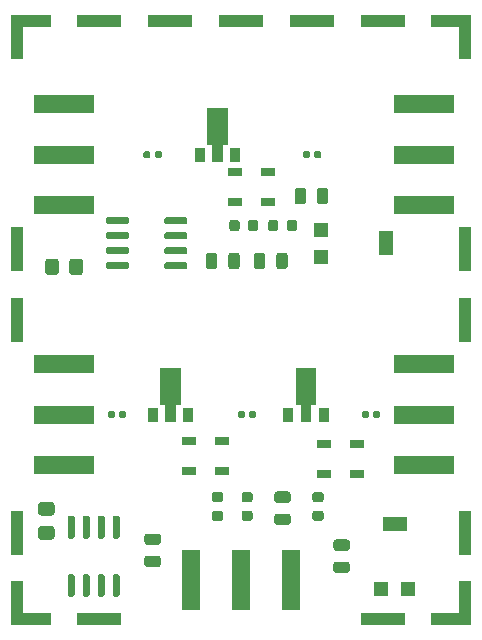
<source format=gbr>
G04 #@! TF.GenerationSoftware,KiCad,Pcbnew,5.1.6-c6e7f7d~87~ubuntu18.04.1*
G04 #@! TF.CreationDate,2021-01-12T05:29:31+00:00*
G04 #@! TF.ProjectId,amp,616d702e-6b69-4636-9164-5f7063625858,rev?*
G04 #@! TF.SameCoordinates,Original*
G04 #@! TF.FileFunction,Paste,Top*
G04 #@! TF.FilePolarity,Positive*
%FSLAX46Y46*%
G04 Gerber Fmt 4.6, Leading zero omitted, Abs format (unit mm)*
G04 Created by KiCad (PCBNEW 5.1.6-c6e7f7d~87~ubuntu18.04.1) date 2021-01-12 05:29:31*
%MOMM*%
%LPD*%
G01*
G04 APERTURE LIST*
%ADD10R,1.300000X1.300000*%
%ADD11R,2.000000X1.300000*%
%ADD12R,1.300000X2.000000*%
%ADD13R,1.270000X0.762000*%
%ADD14R,2.350000X1.000000*%
%ADD15R,3.800000X1.000000*%
%ADD16R,1.000000X2.700000*%
%ADD17R,1.000000X3.800000*%
%ADD18R,1.000000X1.000000*%
%ADD19C,0.100000*%
%ADD20R,0.900000X1.300000*%
%ADD21R,5.080000X1.500000*%
%ADD22R,1.500000X5.080000*%
G04 APERTURE END LIST*
G04 #@! TO.C,C14*
G36*
G01*
X123450000Y-88950001D02*
X123450000Y-88049999D01*
G75*
G02*
X123699999Y-87800000I249999J0D01*
G01*
X124350001Y-87800000D01*
G75*
G02*
X124600000Y-88049999I0J-249999D01*
G01*
X124600000Y-88950001D01*
G75*
G02*
X124350001Y-89200000I-249999J0D01*
G01*
X123699999Y-89200000D01*
G75*
G02*
X123450000Y-88950001I0J249999D01*
G01*
G37*
G36*
G01*
X121400000Y-88950001D02*
X121400000Y-88049999D01*
G75*
G02*
X121649999Y-87800000I249999J0D01*
G01*
X122300001Y-87800000D01*
G75*
G02*
X122550000Y-88049999I0J-249999D01*
G01*
X122550000Y-88950001D01*
G75*
G02*
X122300001Y-89200000I-249999J0D01*
G01*
X121649999Y-89200000D01*
G75*
G02*
X121400000Y-88950001I0J249999D01*
G01*
G37*
G04 #@! TD*
G04 #@! TO.C,C13*
G36*
G01*
X121049999Y-110450000D02*
X121950001Y-110450000D01*
G75*
G02*
X122200000Y-110699999I0J-249999D01*
G01*
X122200000Y-111350001D01*
G75*
G02*
X121950001Y-111600000I-249999J0D01*
G01*
X121049999Y-111600000D01*
G75*
G02*
X120800000Y-111350001I0J249999D01*
G01*
X120800000Y-110699999D01*
G75*
G02*
X121049999Y-110450000I249999J0D01*
G01*
G37*
G36*
G01*
X121049999Y-108400000D02*
X121950001Y-108400000D01*
G75*
G02*
X122200000Y-108649999I0J-249999D01*
G01*
X122200000Y-109300001D01*
G75*
G02*
X121950001Y-109550000I-249999J0D01*
G01*
X121049999Y-109550000D01*
G75*
G02*
X120800000Y-109300001I0J249999D01*
G01*
X120800000Y-108649999D01*
G75*
G02*
X121049999Y-108400000I249999J0D01*
G01*
G37*
G04 #@! TD*
G04 #@! TO.C,U5*
G36*
G01*
X123745000Y-111500000D02*
X123445000Y-111500000D01*
G75*
G02*
X123295000Y-111350000I0J150000D01*
G01*
X123295000Y-109700000D01*
G75*
G02*
X123445000Y-109550000I150000J0D01*
G01*
X123745000Y-109550000D01*
G75*
G02*
X123895000Y-109700000I0J-150000D01*
G01*
X123895000Y-111350000D01*
G75*
G02*
X123745000Y-111500000I-150000J0D01*
G01*
G37*
G36*
G01*
X125015000Y-111500000D02*
X124715000Y-111500000D01*
G75*
G02*
X124565000Y-111350000I0J150000D01*
G01*
X124565000Y-109700000D01*
G75*
G02*
X124715000Y-109550000I150000J0D01*
G01*
X125015000Y-109550000D01*
G75*
G02*
X125165000Y-109700000I0J-150000D01*
G01*
X125165000Y-111350000D01*
G75*
G02*
X125015000Y-111500000I-150000J0D01*
G01*
G37*
G36*
G01*
X126285000Y-111500000D02*
X125985000Y-111500000D01*
G75*
G02*
X125835000Y-111350000I0J150000D01*
G01*
X125835000Y-109700000D01*
G75*
G02*
X125985000Y-109550000I150000J0D01*
G01*
X126285000Y-109550000D01*
G75*
G02*
X126435000Y-109700000I0J-150000D01*
G01*
X126435000Y-111350000D01*
G75*
G02*
X126285000Y-111500000I-150000J0D01*
G01*
G37*
G36*
G01*
X127555000Y-111500000D02*
X127255000Y-111500000D01*
G75*
G02*
X127105000Y-111350000I0J150000D01*
G01*
X127105000Y-109700000D01*
G75*
G02*
X127255000Y-109550000I150000J0D01*
G01*
X127555000Y-109550000D01*
G75*
G02*
X127705000Y-109700000I0J-150000D01*
G01*
X127705000Y-111350000D01*
G75*
G02*
X127555000Y-111500000I-150000J0D01*
G01*
G37*
G36*
G01*
X127555000Y-116450000D02*
X127255000Y-116450000D01*
G75*
G02*
X127105000Y-116300000I0J150000D01*
G01*
X127105000Y-114650000D01*
G75*
G02*
X127255000Y-114500000I150000J0D01*
G01*
X127555000Y-114500000D01*
G75*
G02*
X127705000Y-114650000I0J-150000D01*
G01*
X127705000Y-116300000D01*
G75*
G02*
X127555000Y-116450000I-150000J0D01*
G01*
G37*
G36*
G01*
X126285000Y-116450000D02*
X125985000Y-116450000D01*
G75*
G02*
X125835000Y-116300000I0J150000D01*
G01*
X125835000Y-114650000D01*
G75*
G02*
X125985000Y-114500000I150000J0D01*
G01*
X126285000Y-114500000D01*
G75*
G02*
X126435000Y-114650000I0J-150000D01*
G01*
X126435000Y-116300000D01*
G75*
G02*
X126285000Y-116450000I-150000J0D01*
G01*
G37*
G36*
G01*
X125015000Y-116450000D02*
X124715000Y-116450000D01*
G75*
G02*
X124565000Y-116300000I0J150000D01*
G01*
X124565000Y-114650000D01*
G75*
G02*
X124715000Y-114500000I150000J0D01*
G01*
X125015000Y-114500000D01*
G75*
G02*
X125165000Y-114650000I0J-150000D01*
G01*
X125165000Y-116300000D01*
G75*
G02*
X125015000Y-116450000I-150000J0D01*
G01*
G37*
G36*
G01*
X123745000Y-116450000D02*
X123445000Y-116450000D01*
G75*
G02*
X123295000Y-116300000I0J150000D01*
G01*
X123295000Y-114650000D01*
G75*
G02*
X123445000Y-114500000I150000J0D01*
G01*
X123745000Y-114500000D01*
G75*
G02*
X123895000Y-114650000I0J-150000D01*
G01*
X123895000Y-116300000D01*
G75*
G02*
X123745000Y-116450000I-150000J0D01*
G01*
G37*
G04 #@! TD*
G04 #@! TO.C,U4*
G36*
G01*
X131500000Y-84745000D02*
X131500000Y-84445000D01*
G75*
G02*
X131650000Y-84295000I150000J0D01*
G01*
X133300000Y-84295000D01*
G75*
G02*
X133450000Y-84445000I0J-150000D01*
G01*
X133450000Y-84745000D01*
G75*
G02*
X133300000Y-84895000I-150000J0D01*
G01*
X131650000Y-84895000D01*
G75*
G02*
X131500000Y-84745000I0J150000D01*
G01*
G37*
G36*
G01*
X131500000Y-86015000D02*
X131500000Y-85715000D01*
G75*
G02*
X131650000Y-85565000I150000J0D01*
G01*
X133300000Y-85565000D01*
G75*
G02*
X133450000Y-85715000I0J-150000D01*
G01*
X133450000Y-86015000D01*
G75*
G02*
X133300000Y-86165000I-150000J0D01*
G01*
X131650000Y-86165000D01*
G75*
G02*
X131500000Y-86015000I0J150000D01*
G01*
G37*
G36*
G01*
X131500000Y-87285000D02*
X131500000Y-86985000D01*
G75*
G02*
X131650000Y-86835000I150000J0D01*
G01*
X133300000Y-86835000D01*
G75*
G02*
X133450000Y-86985000I0J-150000D01*
G01*
X133450000Y-87285000D01*
G75*
G02*
X133300000Y-87435000I-150000J0D01*
G01*
X131650000Y-87435000D01*
G75*
G02*
X131500000Y-87285000I0J150000D01*
G01*
G37*
G36*
G01*
X131500000Y-88555000D02*
X131500000Y-88255000D01*
G75*
G02*
X131650000Y-88105000I150000J0D01*
G01*
X133300000Y-88105000D01*
G75*
G02*
X133450000Y-88255000I0J-150000D01*
G01*
X133450000Y-88555000D01*
G75*
G02*
X133300000Y-88705000I-150000J0D01*
G01*
X131650000Y-88705000D01*
G75*
G02*
X131500000Y-88555000I0J150000D01*
G01*
G37*
G36*
G01*
X126550000Y-88555000D02*
X126550000Y-88255000D01*
G75*
G02*
X126700000Y-88105000I150000J0D01*
G01*
X128350000Y-88105000D01*
G75*
G02*
X128500000Y-88255000I0J-150000D01*
G01*
X128500000Y-88555000D01*
G75*
G02*
X128350000Y-88705000I-150000J0D01*
G01*
X126700000Y-88705000D01*
G75*
G02*
X126550000Y-88555000I0J150000D01*
G01*
G37*
G36*
G01*
X126550000Y-87285000D02*
X126550000Y-86985000D01*
G75*
G02*
X126700000Y-86835000I150000J0D01*
G01*
X128350000Y-86835000D01*
G75*
G02*
X128500000Y-86985000I0J-150000D01*
G01*
X128500000Y-87285000D01*
G75*
G02*
X128350000Y-87435000I-150000J0D01*
G01*
X126700000Y-87435000D01*
G75*
G02*
X126550000Y-87285000I0J150000D01*
G01*
G37*
G36*
G01*
X126550000Y-86015000D02*
X126550000Y-85715000D01*
G75*
G02*
X126700000Y-85565000I150000J0D01*
G01*
X128350000Y-85565000D01*
G75*
G02*
X128500000Y-85715000I0J-150000D01*
G01*
X128500000Y-86015000D01*
G75*
G02*
X128350000Y-86165000I-150000J0D01*
G01*
X126700000Y-86165000D01*
G75*
G02*
X126550000Y-86015000I0J150000D01*
G01*
G37*
G36*
G01*
X126550000Y-84745000D02*
X126550000Y-84445000D01*
G75*
G02*
X126700000Y-84295000I150000J0D01*
G01*
X128350000Y-84295000D01*
G75*
G02*
X128500000Y-84445000I0J-150000D01*
G01*
X128500000Y-84745000D01*
G75*
G02*
X128350000Y-84895000I-150000J0D01*
G01*
X126700000Y-84895000D01*
G75*
G02*
X126550000Y-84745000I0J150000D01*
G01*
G37*
G04 #@! TD*
D10*
G04 #@! TO.C,RV2*
X152150000Y-115750000D03*
D11*
X151000000Y-110250000D03*
D10*
X149850000Y-115750000D03*
G04 #@! TD*
G04 #@! TO.C,RV1*
X144750000Y-87650000D03*
D12*
X150250000Y-86500000D03*
D10*
X144750000Y-85350000D03*
G04 #@! TD*
G04 #@! TO.C,R4*
G36*
G01*
X146956250Y-112550000D02*
X146043750Y-112550000D01*
G75*
G02*
X145800000Y-112306250I0J243750D01*
G01*
X145800000Y-111818750D01*
G75*
G02*
X146043750Y-111575000I243750J0D01*
G01*
X146956250Y-111575000D01*
G75*
G02*
X147200000Y-111818750I0J-243750D01*
G01*
X147200000Y-112306250D01*
G75*
G02*
X146956250Y-112550000I-243750J0D01*
G01*
G37*
G36*
G01*
X146956250Y-114425000D02*
X146043750Y-114425000D01*
G75*
G02*
X145800000Y-114181250I0J243750D01*
G01*
X145800000Y-113693750D01*
G75*
G02*
X146043750Y-113450000I243750J0D01*
G01*
X146956250Y-113450000D01*
G75*
G02*
X147200000Y-113693750I0J-243750D01*
G01*
X147200000Y-114181250D01*
G75*
G02*
X146956250Y-114425000I-243750J0D01*
G01*
G37*
G04 #@! TD*
G04 #@! TO.C,R3*
G36*
G01*
X140050000Y-87543750D02*
X140050000Y-88456250D01*
G75*
G02*
X139806250Y-88700000I-243750J0D01*
G01*
X139318750Y-88700000D01*
G75*
G02*
X139075000Y-88456250I0J243750D01*
G01*
X139075000Y-87543750D01*
G75*
G02*
X139318750Y-87300000I243750J0D01*
G01*
X139806250Y-87300000D01*
G75*
G02*
X140050000Y-87543750I0J-243750D01*
G01*
G37*
G36*
G01*
X141925000Y-87543750D02*
X141925000Y-88456250D01*
G75*
G02*
X141681250Y-88700000I-243750J0D01*
G01*
X141193750Y-88700000D01*
G75*
G02*
X140950000Y-88456250I0J243750D01*
G01*
X140950000Y-87543750D01*
G75*
G02*
X141193750Y-87300000I243750J0D01*
G01*
X141681250Y-87300000D01*
G75*
G02*
X141925000Y-87543750I0J-243750D01*
G01*
G37*
G04 #@! TD*
G04 #@! TO.C,R2*
G36*
G01*
X130956250Y-112050000D02*
X130043750Y-112050000D01*
G75*
G02*
X129800000Y-111806250I0J243750D01*
G01*
X129800000Y-111318750D01*
G75*
G02*
X130043750Y-111075000I243750J0D01*
G01*
X130956250Y-111075000D01*
G75*
G02*
X131200000Y-111318750I0J-243750D01*
G01*
X131200000Y-111806250D01*
G75*
G02*
X130956250Y-112050000I-243750J0D01*
G01*
G37*
G36*
G01*
X130956250Y-113925000D02*
X130043750Y-113925000D01*
G75*
G02*
X129800000Y-113681250I0J243750D01*
G01*
X129800000Y-113193750D01*
G75*
G02*
X130043750Y-112950000I243750J0D01*
G01*
X130956250Y-112950000D01*
G75*
G02*
X131200000Y-113193750I0J-243750D01*
G01*
X131200000Y-113681250D01*
G75*
G02*
X130956250Y-113925000I-243750J0D01*
G01*
G37*
G04 #@! TD*
G04 #@! TO.C,R1*
G36*
G01*
X135987500Y-87543750D02*
X135987500Y-88456250D01*
G75*
G02*
X135743750Y-88700000I-243750J0D01*
G01*
X135256250Y-88700000D01*
G75*
G02*
X135012500Y-88456250I0J243750D01*
G01*
X135012500Y-87543750D01*
G75*
G02*
X135256250Y-87300000I243750J0D01*
G01*
X135743750Y-87300000D01*
G75*
G02*
X135987500Y-87543750I0J-243750D01*
G01*
G37*
G36*
G01*
X137862500Y-87543750D02*
X137862500Y-88456250D01*
G75*
G02*
X137618750Y-88700000I-243750J0D01*
G01*
X137131250Y-88700000D01*
G75*
G02*
X136887500Y-88456250I0J243750D01*
G01*
X136887500Y-87543750D01*
G75*
G02*
X137131250Y-87300000I243750J0D01*
G01*
X137618750Y-87300000D01*
G75*
G02*
X137862500Y-87543750I0J-243750D01*
G01*
G37*
G04 #@! TD*
D13*
G04 #@! TO.C,L3*
X147794000Y-103500000D03*
X147794000Y-106040000D03*
X145000000Y-106040000D03*
X145000000Y-103500000D03*
G04 #@! TD*
G04 #@! TO.C,L2*
X136397000Y-103230000D03*
X136397000Y-105770000D03*
X133603000Y-105770000D03*
X133603000Y-103230000D03*
G04 #@! TD*
G04 #@! TO.C,L1*
X140294000Y-80500000D03*
X140294000Y-83040000D03*
X137500000Y-83040000D03*
X137500000Y-80500000D03*
G04 #@! TD*
D14*
G04 #@! TO.C,J7*
X120725000Y-118300000D03*
X120725000Y-67700000D03*
D15*
X126000000Y-118300000D03*
X126000000Y-67700000D03*
X132000000Y-67700000D03*
X138000000Y-67700000D03*
X144000000Y-67700000D03*
X150000000Y-118300000D03*
X150000000Y-67700000D03*
D14*
X155275000Y-118300000D03*
X155275000Y-67700000D03*
D16*
X119050000Y-116450000D03*
X156950000Y-116450000D03*
D17*
X119050000Y-111000000D03*
X156950000Y-111000000D03*
X119050000Y-93000000D03*
X156950000Y-93000000D03*
X119050000Y-87000000D03*
X156950000Y-87000000D03*
D16*
X119050000Y-69550000D03*
X156950000Y-69550000D03*
D18*
X119050000Y-67700000D03*
X119050000Y-118300000D03*
X156950000Y-118300000D03*
X156950000Y-67700000D03*
G04 #@! TD*
D19*
G04 #@! TO.C,U3*
G36*
X144366500Y-97050000D02*
G01*
X144366500Y-100175000D01*
X143950000Y-100175000D01*
X143950000Y-101650000D01*
X143050000Y-101650000D01*
X143050000Y-100175000D01*
X142633500Y-100175000D01*
X142633500Y-97050000D01*
X144366500Y-97050000D01*
G37*
D20*
X145000000Y-101000000D03*
X142000000Y-101000000D03*
G04 #@! TD*
D19*
G04 #@! TO.C,U2*
G36*
X132866500Y-97050000D02*
G01*
X132866500Y-100175000D01*
X132450000Y-100175000D01*
X132450000Y-101650000D01*
X131550000Y-101650000D01*
X131550000Y-100175000D01*
X131133500Y-100175000D01*
X131133500Y-97050000D01*
X132866500Y-97050000D01*
G37*
D20*
X133500000Y-101000000D03*
X130500000Y-101000000D03*
G04 #@! TD*
D19*
G04 #@! TO.C,U1*
G36*
X136866500Y-75050000D02*
G01*
X136866500Y-78175000D01*
X136450000Y-78175000D01*
X136450000Y-79650000D01*
X135550000Y-79650000D01*
X135550000Y-78175000D01*
X135133500Y-78175000D01*
X135133500Y-75050000D01*
X136866500Y-75050000D01*
G37*
D20*
X137500000Y-79000000D03*
X134500000Y-79000000D03*
G04 #@! TD*
D21*
G04 #@! TO.C,J5*
X153500000Y-101000000D03*
X153500000Y-96750000D03*
X153500000Y-105250000D03*
G04 #@! TD*
D22*
G04 #@! TO.C,J4*
X138000000Y-115000000D03*
X142250000Y-115000000D03*
X133750000Y-115000000D03*
G04 #@! TD*
D21*
G04 #@! TO.C,J3*
X153500000Y-79000000D03*
X153500000Y-74750000D03*
X153500000Y-83250000D03*
G04 #@! TD*
G04 #@! TO.C,J2*
X123000000Y-101000000D03*
X123000000Y-105250000D03*
X123000000Y-96750000D03*
G04 #@! TD*
G04 #@! TO.C,J1*
X123000000Y-79000000D03*
X123000000Y-83250000D03*
X123000000Y-74750000D03*
G04 #@! TD*
G04 #@! TO.C,C12*
G36*
G01*
X148810000Y-100827500D02*
X148810000Y-101172500D01*
G75*
G02*
X148662500Y-101320000I-147500J0D01*
G01*
X148367500Y-101320000D01*
G75*
G02*
X148220000Y-101172500I0J147500D01*
G01*
X148220000Y-100827500D01*
G75*
G02*
X148367500Y-100680000I147500J0D01*
G01*
X148662500Y-100680000D01*
G75*
G02*
X148810000Y-100827500I0J-147500D01*
G01*
G37*
G36*
G01*
X149780000Y-100827500D02*
X149780000Y-101172500D01*
G75*
G02*
X149632500Y-101320000I-147500J0D01*
G01*
X149337500Y-101320000D01*
G75*
G02*
X149190000Y-101172500I0J147500D01*
G01*
X149190000Y-100827500D01*
G75*
G02*
X149337500Y-100680000I147500J0D01*
G01*
X149632500Y-100680000D01*
G75*
G02*
X149780000Y-100827500I0J-147500D01*
G01*
G37*
G04 #@! TD*
G04 #@! TO.C,C11*
G36*
G01*
X138243750Y-109137500D02*
X138756250Y-109137500D01*
G75*
G02*
X138975000Y-109356250I0J-218750D01*
G01*
X138975000Y-109793750D01*
G75*
G02*
X138756250Y-110012500I-218750J0D01*
G01*
X138243750Y-110012500D01*
G75*
G02*
X138025000Y-109793750I0J218750D01*
G01*
X138025000Y-109356250D01*
G75*
G02*
X138243750Y-109137500I218750J0D01*
G01*
G37*
G36*
G01*
X138243750Y-107562500D02*
X138756250Y-107562500D01*
G75*
G02*
X138975000Y-107781250I0J-218750D01*
G01*
X138975000Y-108218750D01*
G75*
G02*
X138756250Y-108437500I-218750J0D01*
G01*
X138243750Y-108437500D01*
G75*
G02*
X138025000Y-108218750I0J218750D01*
G01*
X138025000Y-107781250D01*
G75*
G02*
X138243750Y-107562500I218750J0D01*
G01*
G37*
G04 #@! TD*
G04 #@! TO.C,C10*
G36*
G01*
X141150000Y-84743750D02*
X141150000Y-85256250D01*
G75*
G02*
X140931250Y-85475000I-218750J0D01*
G01*
X140493750Y-85475000D01*
G75*
G02*
X140275000Y-85256250I0J218750D01*
G01*
X140275000Y-84743750D01*
G75*
G02*
X140493750Y-84525000I218750J0D01*
G01*
X140931250Y-84525000D01*
G75*
G02*
X141150000Y-84743750I0J-218750D01*
G01*
G37*
G36*
G01*
X142725000Y-84743750D02*
X142725000Y-85256250D01*
G75*
G02*
X142506250Y-85475000I-218750J0D01*
G01*
X142068750Y-85475000D01*
G75*
G02*
X141850000Y-85256250I0J218750D01*
G01*
X141850000Y-84743750D01*
G75*
G02*
X142068750Y-84525000I218750J0D01*
G01*
X142506250Y-84525000D01*
G75*
G02*
X142725000Y-84743750I0J-218750D01*
G01*
G37*
G04 #@! TD*
G04 #@! TO.C,C9*
G36*
G01*
X144243750Y-109137500D02*
X144756250Y-109137500D01*
G75*
G02*
X144975000Y-109356250I0J-218750D01*
G01*
X144975000Y-109793750D01*
G75*
G02*
X144756250Y-110012500I-218750J0D01*
G01*
X144243750Y-110012500D01*
G75*
G02*
X144025000Y-109793750I0J218750D01*
G01*
X144025000Y-109356250D01*
G75*
G02*
X144243750Y-109137500I218750J0D01*
G01*
G37*
G36*
G01*
X144243750Y-107562500D02*
X144756250Y-107562500D01*
G75*
G02*
X144975000Y-107781250I0J-218750D01*
G01*
X144975000Y-108218750D01*
G75*
G02*
X144756250Y-108437500I-218750J0D01*
G01*
X144243750Y-108437500D01*
G75*
G02*
X144025000Y-108218750I0J218750D01*
G01*
X144025000Y-107781250D01*
G75*
G02*
X144243750Y-107562500I218750J0D01*
G01*
G37*
G04 #@! TD*
G04 #@! TO.C,C8*
G36*
G01*
X138562500Y-85256250D02*
X138562500Y-84743750D01*
G75*
G02*
X138781250Y-84525000I218750J0D01*
G01*
X139218750Y-84525000D01*
G75*
G02*
X139437500Y-84743750I0J-218750D01*
G01*
X139437500Y-85256250D01*
G75*
G02*
X139218750Y-85475000I-218750J0D01*
G01*
X138781250Y-85475000D01*
G75*
G02*
X138562500Y-85256250I0J218750D01*
G01*
G37*
G36*
G01*
X136987500Y-85256250D02*
X136987500Y-84743750D01*
G75*
G02*
X137206250Y-84525000I218750J0D01*
G01*
X137643750Y-84525000D01*
G75*
G02*
X137862500Y-84743750I0J-218750D01*
G01*
X137862500Y-85256250D01*
G75*
G02*
X137643750Y-85475000I-218750J0D01*
G01*
X137206250Y-85475000D01*
G75*
G02*
X136987500Y-85256250I0J218750D01*
G01*
G37*
G04 #@! TD*
G04 #@! TO.C,C7*
G36*
G01*
X135743750Y-109137500D02*
X136256250Y-109137500D01*
G75*
G02*
X136475000Y-109356250I0J-218750D01*
G01*
X136475000Y-109793750D01*
G75*
G02*
X136256250Y-110012500I-218750J0D01*
G01*
X135743750Y-110012500D01*
G75*
G02*
X135525000Y-109793750I0J218750D01*
G01*
X135525000Y-109356250D01*
G75*
G02*
X135743750Y-109137500I218750J0D01*
G01*
G37*
G36*
G01*
X135743750Y-107562500D02*
X136256250Y-107562500D01*
G75*
G02*
X136475000Y-107781250I0J-218750D01*
G01*
X136475000Y-108218750D01*
G75*
G02*
X136256250Y-108437500I-218750J0D01*
G01*
X135743750Y-108437500D01*
G75*
G02*
X135525000Y-108218750I0J218750D01*
G01*
X135525000Y-107781250D01*
G75*
G02*
X135743750Y-107562500I218750J0D01*
G01*
G37*
G04 #@! TD*
G04 #@! TO.C,C6*
G36*
G01*
X138295000Y-100827500D02*
X138295000Y-101172500D01*
G75*
G02*
X138147500Y-101320000I-147500J0D01*
G01*
X137852500Y-101320000D01*
G75*
G02*
X137705000Y-101172500I0J147500D01*
G01*
X137705000Y-100827500D01*
G75*
G02*
X137852500Y-100680000I147500J0D01*
G01*
X138147500Y-100680000D01*
G75*
G02*
X138295000Y-100827500I0J-147500D01*
G01*
G37*
G36*
G01*
X139265000Y-100827500D02*
X139265000Y-101172500D01*
G75*
G02*
X139117500Y-101320000I-147500J0D01*
G01*
X138822500Y-101320000D01*
G75*
G02*
X138675000Y-101172500I0J147500D01*
G01*
X138675000Y-100827500D01*
G75*
G02*
X138822500Y-100680000I147500J0D01*
G01*
X139117500Y-100680000D01*
G75*
G02*
X139265000Y-100827500I0J-147500D01*
G01*
G37*
G04 #@! TD*
G04 #@! TO.C,C5*
G36*
G01*
X143810000Y-78827500D02*
X143810000Y-79172500D01*
G75*
G02*
X143662500Y-79320000I-147500J0D01*
G01*
X143367500Y-79320000D01*
G75*
G02*
X143220000Y-79172500I0J147500D01*
G01*
X143220000Y-78827500D01*
G75*
G02*
X143367500Y-78680000I147500J0D01*
G01*
X143662500Y-78680000D01*
G75*
G02*
X143810000Y-78827500I0J-147500D01*
G01*
G37*
G36*
G01*
X144780000Y-78827500D02*
X144780000Y-79172500D01*
G75*
G02*
X144632500Y-79320000I-147500J0D01*
G01*
X144337500Y-79320000D01*
G75*
G02*
X144190000Y-79172500I0J147500D01*
G01*
X144190000Y-78827500D01*
G75*
G02*
X144337500Y-78680000I147500J0D01*
G01*
X144632500Y-78680000D01*
G75*
G02*
X144780000Y-78827500I0J-147500D01*
G01*
G37*
G04 #@! TD*
G04 #@! TO.C,C4*
G36*
G01*
X143487500Y-82043750D02*
X143487500Y-82956250D01*
G75*
G02*
X143243750Y-83200000I-243750J0D01*
G01*
X142756250Y-83200000D01*
G75*
G02*
X142512500Y-82956250I0J243750D01*
G01*
X142512500Y-82043750D01*
G75*
G02*
X142756250Y-81800000I243750J0D01*
G01*
X143243750Y-81800000D01*
G75*
G02*
X143487500Y-82043750I0J-243750D01*
G01*
G37*
G36*
G01*
X145362500Y-82043750D02*
X145362500Y-82956250D01*
G75*
G02*
X145118750Y-83200000I-243750J0D01*
G01*
X144631250Y-83200000D01*
G75*
G02*
X144387500Y-82956250I0J243750D01*
G01*
X144387500Y-82043750D01*
G75*
G02*
X144631250Y-81800000I243750J0D01*
G01*
X145118750Y-81800000D01*
G75*
G02*
X145362500Y-82043750I0J-243750D01*
G01*
G37*
G04 #@! TD*
G04 #@! TO.C,C3*
G36*
G01*
X141043750Y-109387500D02*
X141956250Y-109387500D01*
G75*
G02*
X142200000Y-109631250I0J-243750D01*
G01*
X142200000Y-110118750D01*
G75*
G02*
X141956250Y-110362500I-243750J0D01*
G01*
X141043750Y-110362500D01*
G75*
G02*
X140800000Y-110118750I0J243750D01*
G01*
X140800000Y-109631250D01*
G75*
G02*
X141043750Y-109387500I243750J0D01*
G01*
G37*
G36*
G01*
X141043750Y-107512500D02*
X141956250Y-107512500D01*
G75*
G02*
X142200000Y-107756250I0J-243750D01*
G01*
X142200000Y-108243750D01*
G75*
G02*
X141956250Y-108487500I-243750J0D01*
G01*
X141043750Y-108487500D01*
G75*
G02*
X140800000Y-108243750I0J243750D01*
G01*
X140800000Y-107756250D01*
G75*
G02*
X141043750Y-107512500I243750J0D01*
G01*
G37*
G04 #@! TD*
G04 #@! TO.C,C2*
G36*
G01*
X127310000Y-100827500D02*
X127310000Y-101172500D01*
G75*
G02*
X127162500Y-101320000I-147500J0D01*
G01*
X126867500Y-101320000D01*
G75*
G02*
X126720000Y-101172500I0J147500D01*
G01*
X126720000Y-100827500D01*
G75*
G02*
X126867500Y-100680000I147500J0D01*
G01*
X127162500Y-100680000D01*
G75*
G02*
X127310000Y-100827500I0J-147500D01*
G01*
G37*
G36*
G01*
X128280000Y-100827500D02*
X128280000Y-101172500D01*
G75*
G02*
X128132500Y-101320000I-147500J0D01*
G01*
X127837500Y-101320000D01*
G75*
G02*
X127690000Y-101172500I0J147500D01*
G01*
X127690000Y-100827500D01*
G75*
G02*
X127837500Y-100680000I147500J0D01*
G01*
X128132500Y-100680000D01*
G75*
G02*
X128280000Y-100827500I0J-147500D01*
G01*
G37*
G04 #@! TD*
G04 #@! TO.C,C1*
G36*
G01*
X130310000Y-78827500D02*
X130310000Y-79172500D01*
G75*
G02*
X130162500Y-79320000I-147500J0D01*
G01*
X129867500Y-79320000D01*
G75*
G02*
X129720000Y-79172500I0J147500D01*
G01*
X129720000Y-78827500D01*
G75*
G02*
X129867500Y-78680000I147500J0D01*
G01*
X130162500Y-78680000D01*
G75*
G02*
X130310000Y-78827500I0J-147500D01*
G01*
G37*
G36*
G01*
X131280000Y-78827500D02*
X131280000Y-79172500D01*
G75*
G02*
X131132500Y-79320000I-147500J0D01*
G01*
X130837500Y-79320000D01*
G75*
G02*
X130690000Y-79172500I0J147500D01*
G01*
X130690000Y-78827500D01*
G75*
G02*
X130837500Y-78680000I147500J0D01*
G01*
X131132500Y-78680000D01*
G75*
G02*
X131280000Y-78827500I0J-147500D01*
G01*
G37*
G04 #@! TD*
M02*

</source>
